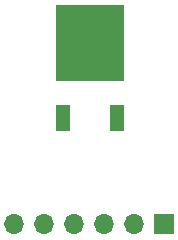
<source format=gbs>
G04 #@! TF.GenerationSoftware,KiCad,Pcbnew,(6.0.2)*
G04 #@! TF.CreationDate,2022-06-23T15:06:55+02:00*
G04 #@! TF.ProjectId,cup_connect,6375705f-636f-46e6-9e65-63742e6b6963,rev?*
G04 #@! TF.SameCoordinates,Original*
G04 #@! TF.FileFunction,Soldermask,Bot*
G04 #@! TF.FilePolarity,Negative*
%FSLAX46Y46*%
G04 Gerber Fmt 4.6, Leading zero omitted, Abs format (unit mm)*
G04 Created by KiCad (PCBNEW (6.0.2)) date 2022-06-23 15:06:55*
%MOMM*%
%LPD*%
G01*
G04 APERTURE LIST*
%ADD10R,1.700000X1.700000*%
%ADD11O,1.700000X1.700000*%
%ADD12R,1.200000X2.200000*%
%ADD13R,5.800000X6.400000*%
G04 APERTURE END LIST*
D10*
X6325000Y-24130000D03*
D11*
X3785000Y-24130000D03*
X1245000Y-24130000D03*
X-1295000Y-24130000D03*
X-3835000Y-24130000D03*
X-6375000Y-24130000D03*
D12*
X2280000Y-15122000D03*
D13*
X0Y-8822000D03*
D12*
X-2280000Y-15122000D03*
M02*

</source>
